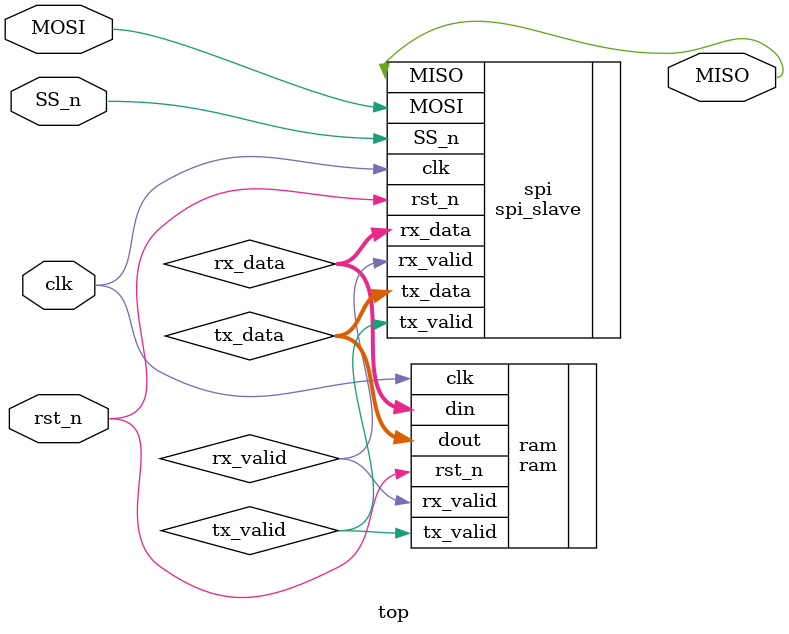
<source format=v>
module top #(
    parameter ADDR_SIZE = 8,
    parameter MEM_DEPTH = 256
    )(  
    input SS_n,
    input clk,
    input rst_n,
    input MOSI,

    output MISO
    );
    wire [ADDR_SIZE - 1 : 0] tx_data;
    wire tx_valid;

    wire [(ADDR_SIZE+2) - 1 : 0] rx_data;
    wire rx_valid;

    spi_slave #(.ADDR_SIZE(ADDR_SIZE))
        spi(.clk(clk), .rst_n(rst_n), .SS_n(SS_n), .MISO(MISO), .MOSI(MOSI), 
            .rx_data(rx_data), .rx_valid(rx_valid),
            .tx_data(tx_data), .tx_valid(tx_valid));

    ram #(.MEM_DEPTH(MEM_DEPTH), .ADDR_SIZE(ADDR_SIZE))
        ram(.clk(clk), .rst_n(rst_n), 
            .din(rx_data), .rx_valid(rx_valid),
            .dout(tx_data), .tx_valid(tx_valid));

endmodule
</source>
